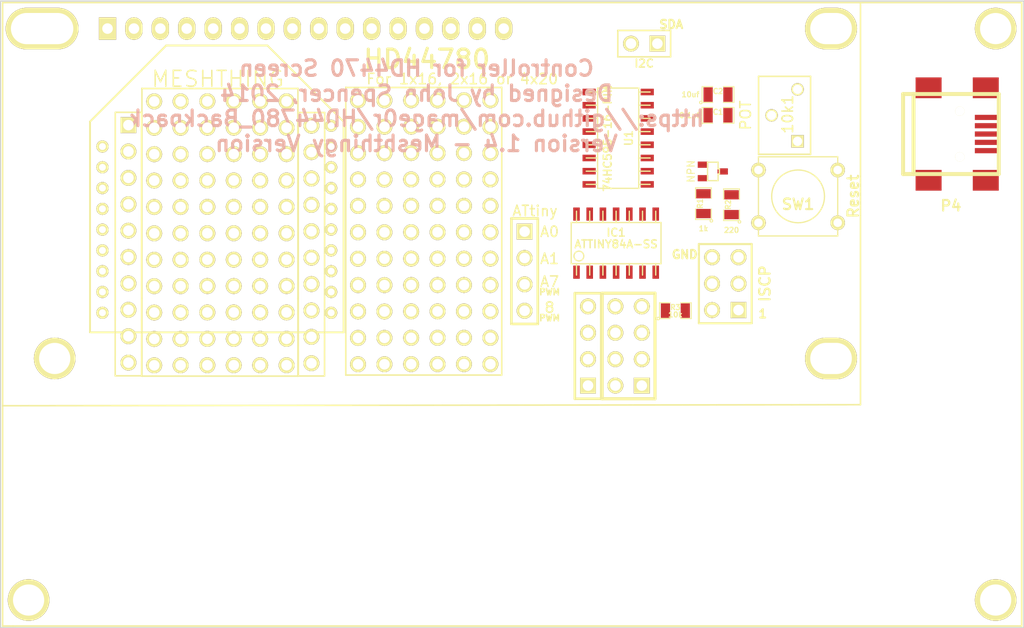
<source format=kicad_pcb>
(kicad_pcb (version 3) (host pcbnew "(2013-07-07 BZR 4022)-stable")

  (general
    (links 81)
    (no_connects 81)
    (area 12.249999 12.249999 110.750001 72.650001)
    (thickness 1.6)
    (drawings 9)
    (tracks 0)
    (zones 0)
    (modules 22)
    (nets 46)
  )

  (page A3)
  (layers
    (15 F.Cu signal)
    (0 B.Cu signal)
    (16 B.Adhes user)
    (17 F.Adhes user)
    (18 B.Paste user)
    (19 F.Paste user)
    (20 B.SilkS user hide)
    (21 F.SilkS user)
    (22 B.Mask user)
    (23 F.Mask user)
    (24 Dwgs.User user)
    (25 Cmts.User user)
    (26 Eco1.User user)
    (27 Eco2.User user)
    (28 Edge.Cuts user)
  )

  (setup
    (last_trace_width 0.254)
    (trace_clearance 0.254)
    (zone_clearance 0.508)
    (zone_45_only no)
    (trace_min 0.254)
    (segment_width 0.2)
    (edge_width 0.1)
    (via_size 0.889)
    (via_drill 0.635)
    (via_min_size 0.889)
    (via_min_drill 0.508)
    (uvia_size 0.508)
    (uvia_drill 0.127)
    (uvias_allowed no)
    (uvia_min_size 0.508)
    (uvia_min_drill 0.127)
    (pcb_text_width 0.3)
    (pcb_text_size 1.5 1.5)
    (mod_edge_width 0.15)
    (mod_text_size 1 1)
    (mod_text_width 0.15)
    (pad_size 1.524 1.524)
    (pad_drill 1.016)
    (pad_to_mask_clearance 0)
    (aux_axis_origin 0 0)
    (visible_elements 7FFFFBFF)
    (pcbplotparams
      (layerselection 284196865)
      (usegerberextensions false)
      (excludeedgelayer true)
      (linewidth 0.150000)
      (plotframeref false)
      (viasonmask false)
      (mode 1)
      (useauxorigin false)
      (hpglpennumber 1)
      (hpglpenspeed 20)
      (hpglpendiameter 15)
      (hpglpenoverlay 2)
      (psnegative false)
      (psa4output false)
      (plotreference true)
      (plotvalue true)
      (plotothertext true)
      (plotinvisibletext false)
      (padsonsilk false)
      (subtractmaskfromsilk false)
      (outputformat 5)
      (mirror false)
      (drillshape 0)
      (scaleselection 1)
      (outputdirectory Gerber/))
  )

  (net 0 "")
  (net 1 +5V)
  (net 2 GND)
  (net 3 N-000001)
  (net 4 N-0000010)
  (net 5 N-0000011)
  (net 6 N-0000012)
  (net 7 N-0000013)
  (net 8 N-0000014)
  (net 9 N-0000015)
  (net 10 N-0000016)
  (net 11 N-0000017)
  (net 12 N-0000018)
  (net 13 N-000002)
  (net 14 N-0000020)
  (net 15 N-0000021)
  (net 16 N-0000022)
  (net 17 N-0000024)
  (net 18 N-0000025)
  (net 19 N-0000026)
  (net 20 N-0000027)
  (net 21 N-0000028)
  (net 22 N-0000029)
  (net 23 N-000003)
  (net 24 N-0000030)
  (net 25 N-0000031)
  (net 26 N-0000032)
  (net 27 N-0000034)
  (net 28 N-0000035)
  (net 29 N-000004)
  (net 30 N-0000040)
  (net 31 N-0000041)
  (net 32 N-0000042)
  (net 33 N-0000043)
  (net 34 N-0000044)
  (net 35 N-0000045)
  (net 36 N-0000046)
  (net 37 N-0000047)
  (net 38 N-0000048)
  (net 39 N-0000049)
  (net 40 N-000005)
  (net 41 N-0000050)
  (net 42 N-0000051)
  (net 43 N-0000052)
  (net 44 N-000006)
  (net 45 N-000007)

  (net_class Default "This is the default net class."
    (clearance 0.254)
    (trace_width 0.254)
    (via_dia 0.889)
    (via_drill 0.635)
    (uvia_dia 0.508)
    (uvia_drill 0.127)
    (add_net "")
    (add_net +5V)
    (add_net GND)
    (add_net N-000001)
    (add_net N-0000010)
    (add_net N-0000011)
    (add_net N-0000012)
    (add_net N-0000013)
    (add_net N-0000014)
    (add_net N-0000015)
    (add_net N-0000016)
    (add_net N-0000017)
    (add_net N-0000018)
    (add_net N-000002)
    (add_net N-0000020)
    (add_net N-0000021)
    (add_net N-0000022)
    (add_net N-0000024)
    (add_net N-0000025)
    (add_net N-0000026)
    (add_net N-0000027)
    (add_net N-0000028)
    (add_net N-0000029)
    (add_net N-000003)
    (add_net N-0000030)
    (add_net N-0000031)
    (add_net N-0000032)
    (add_net N-0000034)
    (add_net N-0000035)
    (add_net N-000004)
    (add_net N-0000040)
    (add_net N-0000041)
    (add_net N-0000042)
    (add_net N-0000043)
    (add_net N-0000044)
    (add_net N-0000045)
    (add_net N-0000046)
    (add_net N-0000047)
    (add_net N-0000048)
    (add_net N-0000049)
    (add_net N-000005)
    (add_net N-0000050)
    (add_net N-0000051)
    (add_net N-0000052)
    (add_net N-000006)
    (add_net N-000007)
  )

  (module CT-6ETP (layer F.Cu) (tedit 52EF4C0D) (tstamp 52E8F8EC)
    (at 87.7 23.3 90)
    (descr CT-6ETP)
    (tags CT-6ETP)
    (path /52E7B895)
    (fp_text reference 10k1 (at 0.1 0.3 90) (layer F.SilkS)
      (effects (font (size 1.016 1.016) (thickness 0.1524)))
    )
    (fp_text value POT (at 0 -3.75 90) (layer F.SilkS)
      (effects (font (size 1.016 1.016) (thickness 0.1524)))
    )
    (fp_line (start -3.75 2.5) (end 3.75 2.5) (layer F.SilkS) (width 0.15))
    (fp_line (start 3.75 2.5) (end 3.75 -2.5) (layer F.SilkS) (width 0.15))
    (fp_line (start 3.75 -2.5) (end -3.75 -2.5) (layer F.SilkS) (width 0.15))
    (fp_line (start -3.75 -2.5) (end -3.75 2.5) (layer F.SilkS) (width 0.15))
    (pad 1 thru_hole rect (at -2.5 1.25 90) (size 1.2 1.2) (drill 0.9)
      (layers *.Cu *.Mask F.SilkS)
      (net 2 GND)
    )
    (pad 2 thru_hole circle (at 0 -1.25 90) (size 1.2 1.2) (drill 0.9)
      (layers *.Cu *.Mask F.SilkS)
      (net 31 N-0000041)
    )
    (pad 3 thru_hole circle (at 2.5 1.25 90) (size 1.2 1.2) (drill 0.9)
      (layers *.Cu *.Mask F.SilkS)
      (net 1 +5V)
    )
    (model pin_array/pins_array_3x1.wrl
      (at (xyz 0 0 0))
      (scale (xyz 1 1 1))
      (rotate (xyz 0 0 0))
    )
  )

  (module so-14 (layer F.Cu) (tedit 534941C3) (tstamp 52E8FA73)
    (at 71.5 35.6)
    (descr SO-14)
    (path /52E5EF0A)
    (attr smd)
    (fp_text reference IC1 (at 0 -1.016) (layer F.SilkS)
      (effects (font (size 0.7493 0.7493) (thickness 0.14986)))
    )
    (fp_text value ATTINY84A-SS (at 0 0.1) (layer F.SilkS)
      (effects (font (size 0.7493 0.7493) (thickness 0.14986)))
    )
    (fp_line (start -4.318 -1.9812) (end -4.318 1.9812) (layer F.SilkS) (width 0.127))
    (fp_line (start -4.318 1.9812) (end 4.318 1.9812) (layer F.SilkS) (width 0.127))
    (fp_line (start 4.318 1.9812) (end 4.318 -1.9812) (layer F.SilkS) (width 0.127))
    (fp_line (start 4.318 -1.9812) (end -4.318 -1.9812) (layer F.SilkS) (width 0.127))
    (fp_line (start -2.54 -1.9812) (end -2.54 -3.0734) (layer F.SilkS) (width 0.127))
    (fp_line (start -1.27 -1.9812) (end -1.27 -3.0734) (layer F.SilkS) (width 0.127))
    (fp_line (start 0 -1.9812) (end 0 -3.0734) (layer F.SilkS) (width 0.127))
    (fp_line (start -3.81 -1.9812) (end -3.81 -3.0734) (layer F.SilkS) (width 0.127))
    (fp_line (start 1.27 -3.0734) (end 1.27 -1.9812) (layer F.SilkS) (width 0.127))
    (fp_line (start 2.54 -3.0734) (end 2.54 -1.9812) (layer F.SilkS) (width 0.127))
    (fp_line (start 3.81 -3.0734) (end 3.81 -1.9812) (layer F.SilkS) (width 0.127))
    (fp_line (start 3.81 1.9812) (end 3.81 3.0734) (layer F.SilkS) (width 0.127))
    (fp_line (start 2.54 1.9812) (end 2.54 3.0734) (layer F.SilkS) (width 0.127))
    (fp_line (start -3.81 1.9812) (end -3.81 3.0734) (layer F.SilkS) (width 0.127))
    (fp_line (start -2.54 3.0734) (end -2.54 1.9812) (layer F.SilkS) (width 0.127))
    (fp_line (start 1.27 3.0734) (end 1.27 1.9812) (layer F.SilkS) (width 0.127))
    (fp_line (start 0 3.0734) (end 0 1.9812) (layer F.SilkS) (width 0.127))
    (fp_line (start -1.27 3.0734) (end -1.27 1.9812) (layer F.SilkS) (width 0.127))
    (fp_circle (center -3.5814 1.2446) (end -3.8608 1.6256) (layer F.SilkS) (width 0.127))
    (pad 1 smd rect (at -3.81 2.794) (size 0.635 1.27)
      (layers F.Cu F.Paste F.Mask)
      (net 1 +5V)
    )
    (pad 2 smd rect (at -2.54 2.794) (size 0.635 1.27)
      (layers F.Cu F.Paste F.Mask)
      (net 35 N-0000045)
    )
    (pad 3 smd rect (at -1.27 2.794) (size 0.635 1.27)
      (layers F.Cu F.Paste F.Mask)
      (net 34 N-0000044)
    )
    (pad 4 smd rect (at 0 2.794) (size 0.635 1.27)
      (layers F.Cu F.Paste F.Mask)
      (net 43 N-0000052)
    )
    (pad 5 smd rect (at 1.27 2.794) (size 0.635 1.27)
      (layers F.Cu F.Paste F.Mask)
      (net 4 N-0000010)
    )
    (pad 6 smd rect (at 2.54 2.794) (size 0.635 1.27)
      (layers F.Cu F.Paste F.Mask)
      (net 5 N-0000011)
    )
    (pad 7 smd rect (at 3.81 2.794) (size 0.635 1.27)
      (layers F.Cu F.Paste F.Mask)
      (net 36 N-0000046)
    )
    (pad 8 smd rect (at 3.81 -2.794) (size 0.635 1.27)
      (layers F.Cu F.Paste F.Mask)
      (net 27 N-0000034)
    )
    (pad 9 smd rect (at 2.54 -2.794) (size 0.635 1.27)
      (layers F.Cu F.Paste F.Mask)
      (net 8 N-0000014)
    )
    (pad 10 smd rect (at 1.27 -2.794) (size 0.635 1.27)
      (layers F.Cu F.Paste F.Mask)
      (net 12 N-0000018)
    )
    (pad 11 smd rect (at 0 -2.794) (size 0.635 1.27)
      (layers F.Cu F.Paste F.Mask)
      (net 33 N-0000043)
    )
    (pad 12 smd rect (at -1.27 -2.794) (size 0.635 1.27)
      (layers F.Cu F.Paste F.Mask)
      (net 6 N-0000012)
    )
    (pad 13 smd rect (at -2.54 -2.794) (size 0.635 1.27)
      (layers F.Cu F.Paste F.Mask)
      (net 28 N-0000035)
    )
    (pad 14 smd rect (at -3.81 -2.794) (size 0.635 1.27)
      (layers F.Cu F.Paste F.Mask)
      (net 2 GND)
    )
    (model smd/smd_dil/so-14.wrl
      (at (xyz 0 0 0))
      (scale (xyz 1 1 1))
      (rotate (xyz 0 0 0))
    )
  )

  (module PIN_ARRAY_2X1 (layer F.Cu) (tedit 52EF42C6) (tstamp 52E8F900)
    (at 74.2 16.4 180)
    (descr "Connecteurs 2 pins")
    (tags "CONN DEV")
    (path /52E5F368)
    (fp_text reference P1 (at 0 -1.905 180) (layer F.SilkS) hide
      (effects (font (size 0.762 0.762) (thickness 0.1524)))
    )
    (fp_text value I2C (at 0 -1.905 180) (layer F.SilkS)
      (effects (font (size 0.762 0.762) (thickness 0.1524)))
    )
    (fp_line (start -2.54 1.27) (end -2.54 -1.27) (layer F.SilkS) (width 0.1524))
    (fp_line (start -2.54 -1.27) (end 2.54 -1.27) (layer F.SilkS) (width 0.1524))
    (fp_line (start 2.54 -1.27) (end 2.54 1.27) (layer F.SilkS) (width 0.1524))
    (fp_line (start 2.54 1.27) (end -2.54 1.27) (layer F.SilkS) (width 0.1524))
    (pad 1 thru_hole rect (at -1.27 0 180) (size 1.524 1.524) (drill 1.016)
      (layers *.Cu *.Mask F.SilkS)
      (net 36 N-0000046)
    )
    (pad 2 thru_hole circle (at 1.27 0 180) (size 1.524 1.524) (drill 1.016)
      (layers *.Cu *.Mask F.SilkS)
      (net 8 N-0000014)
    )
    (model pin_array/pins_array_2x1.wrl
      (at (xyz 0 0 0))
      (scale (xyz 1 1 1))
      (rotate (xyz 0 0 0))
    )
  )

  (module pin_array_3x2 (layer F.Cu) (tedit 52EF4BD3) (tstamp 52E8F8E0)
    (at 82 39.5 90)
    (descr "Double rangee de contacts 2 x 4 pins")
    (tags CONN)
    (path /52E5F34A)
    (fp_text reference P2 (at 0 -3.81 90) (layer F.SilkS) hide
      (effects (font (size 1.016 1.016) (thickness 0.2032)))
    )
    (fp_text value ISCP (at 0 3.81 90) (layer F.SilkS)
      (effects (font (size 1.016 1.016) (thickness 0.2032)))
    )
    (fp_line (start 3.81 2.54) (end -3.81 2.54) (layer F.SilkS) (width 0.2032))
    (fp_line (start -3.81 -2.54) (end 3.81 -2.54) (layer F.SilkS) (width 0.2032))
    (fp_line (start 3.81 -2.54) (end 3.81 2.54) (layer F.SilkS) (width 0.2032))
    (fp_line (start -3.81 2.54) (end -3.81 -2.54) (layer F.SilkS) (width 0.2032))
    (pad 1 thru_hole rect (at -2.54 1.27 90) (size 1.524 1.524) (drill 1.016)
      (layers *.Cu *.Mask F.SilkS)
      (net 27 N-0000034)
    )
    (pad 2 thru_hole circle (at -2.54 -1.27 90) (size 1.524 1.524) (drill 1.016)
      (layers *.Cu *.Mask F.SilkS)
      (net 1 +5V)
    )
    (pad 3 thru_hole circle (at 0 1.27 90) (size 1.524 1.524) (drill 1.016)
      (layers *.Cu *.Mask F.SilkS)
      (net 8 N-0000014)
    )
    (pad 4 thru_hole circle (at 0 -1.27 90) (size 1.524 1.524) (drill 1.016)
      (layers *.Cu *.Mask F.SilkS)
      (net 36 N-0000046)
    )
    (pad 5 thru_hole circle (at 2.54 1.27 90) (size 1.524 1.524) (drill 1.016)
      (layers *.Cu *.Mask F.SilkS)
      (net 43 N-0000052)
    )
    (pad 6 thru_hole circle (at 2.54 -1.27 90) (size 1.524 1.524) (drill 1.016)
      (layers *.Cu *.Mask F.SilkS)
      (net 2 GND)
    )
    (model pin_array/pins_array_3x2.wrl
      (at (xyz 0 0 0))
      (scale (xyz 1 1 1))
      (rotate (xyz 0 0 0))
    )
  )

  (module SM0805 (layer F.Cu) (tedit 538B1EA2) (tstamp 52E8F8D2)
    (at 79.9 31.8 90)
    (path /52E7BB9A)
    (attr smd)
    (fp_text reference R1 (at 0 -0.3175 90) (layer F.SilkS)
      (effects (font (size 0.50038 0.50038) (thickness 0.10922)))
    )
    (fp_text value 1k (at -2.4 0 180) (layer F.SilkS)
      (effects (font (size 0.50038 0.50038) (thickness 0.10922)))
    )
    (fp_circle (center -1.651 0.762) (end -1.651 0.635) (layer F.SilkS) (width 0.09906))
    (fp_line (start -0.508 0.762) (end -1.524 0.762) (layer F.SilkS) (width 0.09906))
    (fp_line (start -1.524 0.762) (end -1.524 -0.762) (layer F.SilkS) (width 0.09906))
    (fp_line (start -1.524 -0.762) (end -0.508 -0.762) (layer F.SilkS) (width 0.09906))
    (fp_line (start 0.508 -0.762) (end 1.524 -0.762) (layer F.SilkS) (width 0.09906))
    (fp_line (start 1.524 -0.762) (end 1.524 0.762) (layer F.SilkS) (width 0.09906))
    (fp_line (start 1.524 0.762) (end 0.508 0.762) (layer F.SilkS) (width 0.09906))
    (pad 1 smd rect (at -0.9525 0 90) (size 0.889 1.397)
      (layers F.Cu F.Paste F.Mask)
      (net 10 N-0000016)
    )
    (pad 2 smd rect (at 0.9525 0 90) (size 0.889 1.397)
      (layers F.Cu F.Paste F.Mask)
      (net 41 N-0000050)
    )
    (model smd/chip_cms.wrl
      (at (xyz 0 0 0))
      (scale (xyz 0.1 0.1 0.1))
      (rotate (xyz 0 0 0))
    )
  )

  (module SM0805 (layer F.Cu) (tedit 538B1E7B) (tstamp 52E8F8C5)
    (at 82.6 31.9 90)
    (path /52E7B452)
    (attr smd)
    (fp_text reference R2 (at 0 -0.3175 90) (layer F.SilkS)
      (effects (font (size 0.50038 0.50038) (thickness 0.10922)))
    )
    (fp_text value 220 (at -2.45 0 180) (layer F.SilkS)
      (effects (font (size 0.50038 0.50038) (thickness 0.10922)))
    )
    (fp_circle (center -1.651 0.762) (end -1.651 0.635) (layer F.SilkS) (width 0.09906))
    (fp_line (start -0.508 0.762) (end -1.524 0.762) (layer F.SilkS) (width 0.09906))
    (fp_line (start -1.524 0.762) (end -1.524 -0.762) (layer F.SilkS) (width 0.09906))
    (fp_line (start -1.524 -0.762) (end -0.508 -0.762) (layer F.SilkS) (width 0.09906))
    (fp_line (start 0.508 -0.762) (end 1.524 -0.762) (layer F.SilkS) (width 0.09906))
    (fp_line (start 1.524 -0.762) (end 1.524 0.762) (layer F.SilkS) (width 0.09906))
    (fp_line (start 1.524 0.762) (end 0.508 0.762) (layer F.SilkS) (width 0.09906))
    (pad 1 smd rect (at -0.9525 0 90) (size 0.889 1.397)
      (layers F.Cu F.Paste F.Mask)
      (net 37 N-0000047)
    )
    (pad 2 smd rect (at 0.9525 0 90) (size 0.889 1.397)
      (layers F.Cu F.Paste F.Mask)
      (net 42 N-0000051)
    )
    (model smd/chip_cms.wrl
      (at (xyz 0 0 0))
      (scale (xyz 0.1 0.1 0.1))
      (rotate (xyz 0 0 0))
    )
  )

  (module SM0805 (layer F.Cu) (tedit 534941AC) (tstamp 52EE29D4)
    (at 81.3 21.3)
    (path /52E7B6DD)
    (attr smd)
    (fp_text reference C2 (at 0 -0.3175) (layer F.SilkS)
      (effects (font (size 0.50038 0.50038) (thickness 0.10922)))
    )
    (fp_text value 10uf (at -2.65 0) (layer F.SilkS)
      (effects (font (size 0.50038 0.50038) (thickness 0.10922)))
    )
    (fp_circle (center -1.651 0.762) (end -1.651 0.635) (layer F.SilkS) (width 0.09906))
    (fp_line (start -0.508 0.762) (end -1.524 0.762) (layer F.SilkS) (width 0.09906))
    (fp_line (start -1.524 0.762) (end -1.524 -0.762) (layer F.SilkS) (width 0.09906))
    (fp_line (start -1.524 -0.762) (end -0.508 -0.762) (layer F.SilkS) (width 0.09906))
    (fp_line (start 0.508 -0.762) (end 1.524 -0.762) (layer F.SilkS) (width 0.09906))
    (fp_line (start 1.524 -0.762) (end 1.524 0.762) (layer F.SilkS) (width 0.09906))
    (fp_line (start 1.524 0.762) (end 0.508 0.762) (layer F.SilkS) (width 0.09906))
    (pad 1 smd rect (at -0.9525 0) (size 0.889 1.397)
      (layers F.Cu F.Paste F.Mask)
      (net 1 +5V)
    )
    (pad 2 smd rect (at 0.9525 0) (size 0.889 1.397)
      (layers F.Cu F.Paste F.Mask)
      (net 2 GND)
    )
    (model smd/chip_cms.wrl
      (at (xyz 0 0 0))
      (scale (xyz 0.1 0.1 0.1))
      (rotate (xyz 0 0 0))
    )
  )

  (module SM0805 (layer F.Cu) (tedit 534941A7) (tstamp 52EE29FE)
    (at 81.3 23.3)
    (path /52E7B6CE)
    (attr smd)
    (fp_text reference C1 (at 0 -0.3175) (layer F.SilkS)
      (effects (font (size 0.50038 0.50038) (thickness 0.10922)))
    )
    (fp_text value 0.1uf (at -2.75 0) (layer F.SilkS)
      (effects (font (size 0.50038 0.50038) (thickness 0.10922)))
    )
    (fp_circle (center -1.651 0.762) (end -1.651 0.635) (layer F.SilkS) (width 0.09906))
    (fp_line (start -0.508 0.762) (end -1.524 0.762) (layer F.SilkS) (width 0.09906))
    (fp_line (start -1.524 0.762) (end -1.524 -0.762) (layer F.SilkS) (width 0.09906))
    (fp_line (start -1.524 -0.762) (end -0.508 -0.762) (layer F.SilkS) (width 0.09906))
    (fp_line (start 0.508 -0.762) (end 1.524 -0.762) (layer F.SilkS) (width 0.09906))
    (fp_line (start 1.524 -0.762) (end 1.524 0.762) (layer F.SilkS) (width 0.09906))
    (fp_line (start 1.524 0.762) (end 0.508 0.762) (layer F.SilkS) (width 0.09906))
    (pad 1 smd rect (at -0.9525 0) (size 0.889 1.397)
      (layers F.Cu F.Paste F.Mask)
      (net 1 +5V)
    )
    (pad 2 smd rect (at 0.9525 0) (size 0.889 1.397)
      (layers F.Cu F.Paste F.Mask)
      (net 2 GND)
    )
    (model smd/chip_cms.wrl
      (at (xyz 0 0 0))
      (scale (xyz 0.1 0.1 0.1))
      (rotate (xyz 0 0 0))
    )
  )

  (module SOT323 (layer F.Cu) (tedit 538B1E56) (tstamp 52E8F875)
    (at 80.8 28.7 90)
    (tags "SMD SOT")
    (path /52E7BBAE)
    (attr smd)
    (fp_text reference Q1 (at 0 0 90) (layer F.SilkS) hide
      (effects (font (size 0.762 0.762) (thickness 0.09906)))
    )
    (fp_text value NPN (at 0 -2.1 90) (layer F.SilkS)
      (effects (font (size 0.70104 0.70104) (thickness 0.09906)))
    )
    (fp_line (start 0.254 0.508) (end 0.889 0.508) (layer F.SilkS) (width 0.127))
    (fp_line (start 0.889 0.508) (end 0.889 -0.508) (layer F.SilkS) (width 0.127))
    (fp_line (start -0.889 -0.508) (end -0.889 0.508) (layer F.SilkS) (width 0.127))
    (fp_line (start -0.889 0.508) (end -0.254 0.508) (layer F.SilkS) (width 0.127))
    (fp_line (start 0.254 0.635) (end 0.254 0.508) (layer F.SilkS) (width 0.127))
    (fp_line (start -0.254 0.508) (end -0.254 0.635) (layer F.SilkS) (width 0.127))
    (fp_line (start 0.889 -0.508) (end -0.889 -0.508) (layer F.SilkS) (width 0.127))
    (fp_line (start -0.254 0.635) (end 0.254 0.635) (layer F.SilkS) (width 0.127))
    (pad 2 smd rect (at -0.65024 -0.94996 90) (size 0.59944 1.00076)
      (layers F.Cu F.Paste F.Mask)
      (net 41 N-0000050)
    )
    (pad 1 smd rect (at 0.65024 -0.94996 90) (size 0.59944 1.00076)
      (layers F.Cu F.Paste F.Mask)
      (net 2 GND)
    )
    (pad 3 smd rect (at 0 0.94996 90) (size 0.59944 1.00076)
      (layers F.Cu F.Paste F.Mask)
      (net 42 N-0000051)
    )
    (model smd/SOT323.wrl
      (at (xyz 0 0 0.001))
      (scale (xyz 0.3937 0.3937 0.3937))
      (rotate (xyz 0 0 0))
    )
  )

  (module SW_PUSH_SMALL (layer F.Cu) (tedit 52EF4BF1) (tstamp 52E8F866)
    (at 89 31.1 180)
    (path /52E8F5E5)
    (fp_text reference SW1 (at 0 -0.762 180) (layer F.SilkS)
      (effects (font (size 1.016 1.016) (thickness 0.2032)))
    )
    (fp_text value Reset (at -5.3 0 270) (layer F.SilkS)
      (effects (font (size 1.016 1.016) (thickness 0.2032)))
    )
    (fp_circle (center 0 0) (end 0 -2.54) (layer F.SilkS) (width 0.127))
    (fp_line (start -3.81 -3.81) (end 3.81 -3.81) (layer F.SilkS) (width 0.127))
    (fp_line (start 3.81 -3.81) (end 3.81 3.81) (layer F.SilkS) (width 0.127))
    (fp_line (start 3.81 3.81) (end -3.81 3.81) (layer F.SilkS) (width 0.127))
    (fp_line (start -3.81 -3.81) (end -3.81 3.81) (layer F.SilkS) (width 0.127))
    (pad 1 thru_hole circle (at 3.81 -2.54 180) (size 1.397 1.397) (drill 0.8128)
      (layers *.Cu *.Mask F.SilkS)
      (net 2 GND)
    )
    (pad 2 thru_hole circle (at 3.81 2.54 180) (size 1.397 1.397) (drill 0.8128)
      (layers *.Cu *.Mask F.SilkS)
      (net 43 N-0000052)
    )
    (pad 1 thru_hole circle (at -3.81 -2.54 180) (size 1.397 1.397) (drill 0.8128)
      (layers *.Cu *.Mask F.SilkS)
      (net 2 GND)
    )
    (pad 2 thru_hole circle (at -3.81 2.54 180) (size 1.397 1.397) (drill 0.8128)
      (layers *.Cu *.Mask F.SilkS)
      (net 43 N-0000052)
    )
  )

  (module USB_MINI_B (layer F.Cu) (tedit 505F99F2) (tstamp 52E8F92C)
    (at 103.7 25.1)
    (descr "USB Mini-B 5-pin SMD connector")
    (tags "USB, Mini-B, connector")
    (path /538B28C4)
    (fp_text reference P4 (at 0 6.90118) (layer F.SilkS)
      (effects (font (size 1.016 1.016) (thickness 0.2032)))
    )
    (fp_text value POWER (at 0 -7.0993) (layer F.SilkS) hide
      (effects (font (size 1.016 1.016) (thickness 0.2032)))
    )
    (fp_line (start -3.59918 -3.85064) (end -3.59918 3.85064) (layer F.SilkS) (width 0.381))
    (fp_line (start -4.59994 -3.85064) (end -4.59994 3.85064) (layer F.SilkS) (width 0.381))
    (fp_line (start -4.59994 3.85064) (end 4.59994 3.85064) (layer F.SilkS) (width 0.381))
    (fp_line (start 4.59994 3.85064) (end 4.59994 -3.85064) (layer F.SilkS) (width 0.381))
    (fp_line (start 4.59994 -3.85064) (end -4.59994 -3.85064) (layer F.SilkS) (width 0.381))
    (pad 1 smd rect (at 3.44932 -1.6002) (size 2.30124 0.50038)
      (layers F.Cu F.Paste F.Mask)
      (net 1 +5V)
    )
    (pad 2 smd rect (at 3.44932 -0.8001) (size 2.30124 0.50038)
      (layers F.Cu F.Paste F.Mask)
      (net 2 GND)
    )
    (pad 3 smd rect (at 3.44932 0) (size 2.30124 0.50038)
      (layers F.Cu F.Paste F.Mask)
    )
    (pad 4 smd rect (at 3.44932 0.8001) (size 2.30124 0.50038)
      (layers F.Cu F.Paste F.Mask)
    )
    (pad 5 smd rect (at 3.44932 1.6002) (size 2.30124 0.50038)
      (layers F.Cu F.Paste F.Mask)
    )
    (pad 6 smd rect (at 3.35026 -4.45008) (size 2.49936 1.99898)
      (layers F.Cu F.Paste F.Mask)
    )
    (pad 7 smd rect (at -2.14884 -4.45008) (size 2.49936 1.99898)
      (layers F.Cu F.Paste F.Mask)
    )
    (pad 8 smd rect (at 3.35026 4.45008) (size 2.49936 1.99898)
      (layers F.Cu F.Paste F.Mask)
    )
    (pad 9 smd rect (at -2.14884 4.45008) (size 2.49936 1.99898)
      (layers F.Cu F.Paste F.Mask)
    )
    (pad "" np_thru_hole circle (at 0.8509 -2.19964) (size 0.89916 0.89916) (drill 0.89916)
      (layers *.Cu *.Mask F.SilkS)
    )
    (pad 2 np_thru_hole circle (at 0.8509 2.19964) (size 0.89916 0.89916) (drill 0.89916)
      (layers *.Cu *.Mask F.SilkS)
      (net 2 GND)
    )
  )

  (module SM0805 (layer F.Cu) (tedit 5091495C) (tstamp 538B304B)
    (at 77.2 42.1)
    (path /538B2DE4)
    (attr smd)
    (fp_text reference R3 (at 0 -0.3175) (layer F.SilkS)
      (effects (font (size 0.50038 0.50038) (thickness 0.10922)))
    )
    (fp_text value 10k (at 0 0.381) (layer F.SilkS)
      (effects (font (size 0.50038 0.50038) (thickness 0.10922)))
    )
    (fp_circle (center -1.651 0.762) (end -1.651 0.635) (layer F.SilkS) (width 0.09906))
    (fp_line (start -0.508 0.762) (end -1.524 0.762) (layer F.SilkS) (width 0.09906))
    (fp_line (start -1.524 0.762) (end -1.524 -0.762) (layer F.SilkS) (width 0.09906))
    (fp_line (start -1.524 -0.762) (end -0.508 -0.762) (layer F.SilkS) (width 0.09906))
    (fp_line (start 0.508 -0.762) (end 1.524 -0.762) (layer F.SilkS) (width 0.09906))
    (fp_line (start 1.524 -0.762) (end 1.524 0.762) (layer F.SilkS) (width 0.09906))
    (fp_line (start 1.524 0.762) (end 0.508 0.762) (layer F.SilkS) (width 0.09906))
    (pad 1 smd rect (at -0.9525 0) (size 0.889 1.397)
      (layers F.Cu F.Paste F.Mask)
      (net 43 N-0000052)
    )
    (pad 2 smd rect (at 0.9525 0) (size 0.889 1.397)
      (layers F.Cu F.Paste F.Mask)
      (net 1 +5V)
    )
    (model smd/chip_cms.wrl
      (at (xyz 0 0 0))
      (scale (xyz 0.1 0.1 0.1))
      (rotate (xyz 0 0 0))
    )
  )

  (module xbee_r1-XBEE (layer F.Cu) (tedit 538B533B) (tstamp 538B54C7)
    (at 33.1 33.3)
    (path /538B4882)
    (attr virtual)
    (fp_text reference M1 (at -11.1 -14.5) (layer B.SilkS) hide
      (effects (font (size 1.778 1.778) (thickness 0.0889)))
    )
    (fp_text value MESHTHING (at 0.1 -13.5) (layer F.SilkS)
      (effects (font (size 1.524 1.524) (thickness 0.15)))
    )
    (fp_line (start -12.192 10.88644) (end 12.192 10.88644) (layer F.SilkS) (width 0.1778))
    (fp_line (start 12.192 10.88644) (end 12.192 -9.398) (layer F.SilkS) (width 0.1778))
    (fp_line (start 12.192 -9.398) (end 4.86664 -16.72082) (layer F.SilkS) (width 0.1778))
    (fp_line (start 4.86664 -16.72082) (end -4.86664 -16.72082) (layer F.SilkS) (width 0.1778))
    (fp_line (start -4.86664 -16.72082) (end -12.192 -9.398) (layer F.SilkS) (width 0.1778))
    (fp_line (start -12.192 -9.398) (end -12.192 10.88644) (layer F.SilkS) (width 0.1778))
    (fp_line (start -12.192 10.88644) (end 12.192 10.88644) (layer F.SilkS) (width 0.127))
    (fp_line (start 12.192 10.88644) (end 12.192 -9.398) (layer F.SilkS) (width 0.127))
    (fp_line (start 12.192 -9.398) (end 4.86664 -16.72082) (layer F.SilkS) (width 0.127))
    (fp_line (start 4.86664 -16.72082) (end -4.86664 -16.72082) (layer F.SilkS) (width 0.127))
    (fp_line (start -4.86664 -16.72082) (end -12.192 -9.398) (layer F.SilkS) (width 0.127))
    (fp_line (start -12.192 -9.398) (end -12.192 10.88644) (layer F.SilkS) (width 0.127))
    (pad 1 thru_hole rect (at -10.9982 -8.99922) (size 1.1684 0) (drill 0.6604)
      (layers *.Cu F.Paste F.SilkS F.Mask)
      (net 20 N-0000027)
    )
    (pad 2 thru_hole circle (at -10.9982 -6.9977) (size 1.1684 1.1684) (drill 0.6604)
      (layers *.Cu F.Paste F.SilkS F.Mask)
      (net 7 N-0000013)
    )
    (pad 3 thru_hole circle (at -10.9982 -4.99872) (size 1.1684 1.1684) (drill 0.6604)
      (layers *.Cu F.Paste F.SilkS F.Mask)
      (net 21 N-0000028)
    )
    (pad 4 thru_hole circle (at -10.9982 -2.99974) (size 1.1684 1.1684) (drill 0.6604)
      (layers *.Cu F.Paste F.SilkS F.Mask)
      (net 22 N-0000029)
    )
    (pad 5 thru_hole circle (at -10.9982 -0.99822) (size 1.1684 1.1684) (drill 0.6604)
      (layers *.Cu F.Paste F.SilkS F.Mask)
      (net 24 N-0000030)
    )
    (pad 6 thru_hole circle (at -10.9982 0.99822) (size 1.1684 1.1684) (drill 0.6604)
      (layers *.Cu F.Paste F.SilkS F.Mask)
      (net 25 N-0000031)
    )
    (pad 7 thru_hole circle (at -10.9982 2.99974) (size 1.1684 1.1684) (drill 0.6604)
      (layers *.Cu F.Paste F.SilkS F.Mask)
      (net 18 N-0000025)
    )
    (pad 8 thru_hole circle (at -10.9982 4.99872) (size 1.1684 1.1684) (drill 0.6604)
      (layers *.Cu F.Paste F.SilkS F.Mask)
      (net 19 N-0000026)
    )
    (pad 9 thru_hole circle (at -10.9982 6.9977) (size 1.1684 1.1684) (drill 0.6604)
      (layers *.Cu F.Paste F.SilkS F.Mask)
      (net 36 N-0000046)
    )
    (pad 10 thru_hole circle (at -10.9982 8.99922) (size 1.1684 1.1684) (drill 0.6604)
      (layers *.Cu F.Paste F.SilkS F.Mask)
      (net 2 GND)
    )
    (pad 11 thru_hole circle (at 10.9982 8.99922) (size 1.1684 1.1684) (drill 0.6604)
      (layers *.Cu F.Paste F.SilkS F.Mask)
      (net 23 N-000003)
    )
    (pad 12 thru_hole circle (at 10.9982 6.9977) (size 1.1684 1.1684) (drill 0.6604)
      (layers *.Cu F.Paste F.SilkS F.Mask)
      (net 29 N-000004)
    )
    (pad 13 thru_hole circle (at 10.9982 4.99872) (size 1.1684 1.1684) (drill 0.6604)
      (layers *.Cu F.Paste F.SilkS F.Mask)
      (net 8 N-0000014)
    )
    (pad 14 thru_hole circle (at 10.9982 2.99974) (size 1.1684 1.1684) (drill 0.6604)
      (layers *.Cu F.Paste F.SilkS F.Mask)
      (net 13 N-000002)
    )
    (pad 15 thru_hole circle (at 10.9982 0.99822) (size 1.1684 1.1684) (drill 0.6604)
      (layers *.Cu F.Paste F.SilkS F.Mask)
      (net 3 N-000001)
    )
    (pad 16 thru_hole circle (at 10.9982 -0.99822) (size 1.1684 1.1684) (drill 0.6604)
      (layers *.Cu F.Paste F.SilkS F.Mask)
      (net 45 N-000007)
    )
    (pad 17 thru_hole circle (at 10.9982 -2.99974) (size 1.1684 1.1684) (drill 0.6604)
      (layers *.Cu F.Paste F.SilkS F.Mask)
      (net 26 N-0000032)
    )
    (pad 18 thru_hole circle (at 10.9982 -4.99872) (size 1.1684 1.1684) (drill 0.6604)
      (layers *.Cu F.Paste F.SilkS F.Mask)
      (net 44 N-000006)
    )
    (pad 19 thru_hole circle (at 10.9982 -6.9977) (size 1.1684 1.1684) (drill 0.6604)
      (layers *.Cu F.Paste F.SilkS F.Mask)
      (net 40 N-000005)
    )
    (pad 20 thru_hole circle (at 10.9982 -8.99922) (size 1.1684 1.1684) (drill 0.6604)
      (layers *.Cu F.Paste F.SilkS F.Mask)
      (net 9 N-0000015)
    )
  )

  (module LCD_16_pin   locked (layer F.Cu) (tedit 538B3A29) (tstamp 538B29B2)
    (at 12.5 12.45)
    (descr HD44780)
    (tags HD44780)
    (path /52E5F33B)
    (fp_text reference U2 (at 62 4) (layer F.SilkS) hide
      (effects (font (size 1.778 1.778) (thickness 0.3048)))
    )
    (fp_text value HD44780 (at 40.8 5.45) (layer F.SilkS)
      (effects (font (size 1.778 1.778) (thickness 0.3048)))
    )
    (fp_line (start 82.5 38.7) (end 0 38.8) (layer F.SilkS) (width 0.15))
    (fp_text user "For 1x16, 2x16 or 4x20" (at 44.2 7.35) (layer F.SilkS)
      (effects (font (size 1 1) (thickness 0.15)))
    )
    (fp_line (start 82.5 38.7) (end 82.5 0.1) (layer F.SilkS) (width 0.15))
    (fp_line (start 0 60) (end 0 0) (layer F.SilkS) (width 0.15))
    (fp_line (start 0 0) (end 98 0) (layer F.SilkS) (width 0.15))
    (fp_line (start 98 60) (end 98 0) (layer F.SilkS) (width 0.15))
    (fp_line (start 1 60) (end 0 60) (layer F.SilkS) (width 0.15))
    (fp_line (start 1 60) (end 98 60) (layer F.SilkS) (width 0.15))
    (pad 1 thru_hole rect (at 10.09 2.5) (size 1.651 2.159) (drill 1.016)
      (layers *.Cu *.Mask F.SilkS)
      (net 2 GND)
    )
    (pad 2 thru_hole oval (at 12.63 2.5) (size 1.651 2.159) (drill 1.016)
      (layers *.Cu *.Mask F.SilkS)
      (net 1 +5V)
    )
    (pad 3 thru_hole oval (at 15.17 2.5) (size 1.651 2.159) (drill 1.016)
      (layers *.Cu *.Mask F.SilkS)
      (net 31 N-0000041)
    )
    (pad 4 thru_hole oval (at 17.71 2.5) (size 1.651 2.159) (drill 1.016)
      (layers *.Cu *.Mask F.SilkS)
      (net 17 N-0000024)
    )
    (pad 5 thru_hole oval (at 20.25 2.5) (size 1.651 2.159) (drill 1.016)
      (layers *.Cu *.Mask F.SilkS)
      (net 2 GND)
    )
    (pad 6 thru_hole oval (at 22.79 2.5) (size 1.651 2.159) (drill 1.016)
      (layers *.Cu *.Mask F.SilkS)
      (net 30 N-0000040)
    )
    (pad 7 thru_hole oval (at 25.33 2.5) (size 1.651 2.159) (drill 1.016)
      (layers *.Cu *.Mask F.SilkS)
    )
    (pad 8 thru_hole oval (at 27.87 2.5) (size 1.651 2.159) (drill 1.016)
      (layers *.Cu *.Mask F.SilkS)
    )
    (pad 9 thru_hole oval (at 30.41 2.5) (size 1.651 2.159) (drill 1.016)
      (layers *.Cu *.Mask F.SilkS)
    )
    (pad 10 thru_hole oval (at 32.95 2.5) (size 1.651 2.159) (drill 1.016)
      (layers *.Cu *.Mask F.SilkS)
    )
    (pad 11 thru_hole oval (at 35.49 2.5) (size 1.651 2.159) (drill 1.016)
      (layers *.Cu *.Mask F.SilkS)
      (net 32 N-0000042)
    )
    (pad 12 thru_hole oval (at 38.03 2.5) (size 1.651 2.159) (drill 1.016)
      (layers *.Cu *.Mask F.SilkS)
      (net 39 N-0000049)
    )
    (pad 13 thru_hole oval (at 40.57 2.5) (size 1.651 2.159) (drill 1.016)
      (layers *.Cu *.Mask F.SilkS)
      (net 38 N-0000048)
    )
    (pad 14 thru_hole oval (at 43.11 2.5) (size 1.651 2.159) (drill 1.016)
      (layers *.Cu *.Mask F.SilkS)
      (net 16 N-0000022)
    )
    (pad "" thru_hole oval (at 3.8 2.5) (size 7 4) (drill oval 6 3)
      (layers *.Cu *.Mask F.SilkS)
    )
    (pad "" thru_hole circle (at 5.01 34.25) (size 4 4) (drill 3)
      (layers *.Cu *.Mask F.SilkS)
    )
    (pad "" thru_hole oval (at 79.67 34.25) (size 5 4) (drill oval 4 3)
      (layers *.Cu *.Mask F.SilkS)
    )
    (pad 15 thru_hole oval (at 45.65 2.5) (size 1.651 2.159) (drill 1.016)
      (layers *.Cu *.Mask F.SilkS)
      (net 1 +5V)
    )
    (pad 16 thru_hole oval (at 48.19 2.5) (size 1.651 2.159) (drill 1.016)
      (layers *.Cu *.Mask F.SilkS)
      (net 37 N-0000047)
    )
    (pad "" thru_hole circle (at 2.5 57.5) (size 4 4) (drill 3)
      (layers *.Cu *.Mask F.SilkS)
    )
    (pad "" thru_hole circle (at 95.5 57.5) (size 4 4) (drill 3)
      (layers *.Cu *.Mask F.SilkS)
    )
    (pad "" thru_hole circle (at 95.5 2.5) (size 4 4) (drill 3)
      (layers *.Cu *.Mask F.SilkS)
    )
    (pad "" thru_hole oval (at 79.67 2.5) (size 5 4) (drill oval 4 3)
      (layers *.Cu *.Mask F.SilkS)
    )
  )

  (module ATtiny_breakout (layer F.Cu) (tedit 538B34A2) (tstamp 52E8F926)
    (at 62.7 38.3 270)
    (path /538B26B0)
    (fp_text reference P3 (at -8.1 2.5 270) (layer F.SilkS) hide
      (effects (font (size 1.016 1.016) (thickness 0.2032)))
    )
    (fp_text value ATTINY_BREAKOUT (at 0 2.54 270) (layer F.SilkS) hide
      (effects (font (size 1.016 1.016) (thickness 0.2032)))
    )
    (fp_text user PWM (at 4.5 -2.4 360) (layer F.SilkS)
      (effects (font (size 0.6 0.6) (thickness 0.15)))
    )
    (fp_text user PWM (at 2 -2.4 360) (layer F.SilkS)
      (effects (font (size 0.6 0.6) (thickness 0.15)))
    )
    (fp_text user 8 (at 3.5 -2.4 360) (layer F.SilkS)
      (effects (font (size 1 1) (thickness 0.15)))
    )
    (fp_text user A7 (at 1 -2.4 360) (layer F.SilkS)
      (effects (font (size 1 1) (thickness 0.15)))
    )
    (fp_text user A1 (at -1.2 -2.4 360) (layer F.SilkS)
      (effects (font (size 1 1) (thickness 0.15)))
    )
    (fp_text user ATtiny (at -5.8 -1 360) (layer F.SilkS)
      (effects (font (size 1 1) (thickness 0.15)))
    )
    (fp_text user A0 (at -3.8 -2.4 360) (layer F.SilkS)
      (effects (font (size 1 1) (thickness 0.15)))
    )
    (fp_line (start 5.08 1.27) (end -5.08 1.27) (layer F.SilkS) (width 0.254))
    (fp_line (start 5.08 -1.27) (end -5.08 -1.27) (layer F.SilkS) (width 0.254))
    (fp_line (start -5.08 -1.27) (end -5.08 1.27) (layer F.SilkS) (width 0.254))
    (fp_line (start 5.08 1.27) (end 5.08 -1.27) (layer F.SilkS) (width 0.254))
    (pad 1 thru_hole rect (at -3.81 0 270) (size 1.524 1.524) (drill 1.016)
      (layers *.Cu *.Mask F.SilkS)
      (net 28 N-0000035)
    )
    (pad 2 thru_hole circle (at -1.27 0 270) (size 1.524 1.524) (drill 1.016)
      (layers *.Cu *.Mask F.SilkS)
      (net 6 N-0000012)
    )
    (pad 3 thru_hole circle (at 1.27 0 270) (size 1.524 1.524) (drill 1.016)
      (layers *.Cu *.Mask F.SilkS)
      (net 5 N-0000011)
    )
    (pad 4 thru_hole circle (at 3.81 0 270) (size 1.524 1.524) (drill 1.016)
      (layers *.Cu *.Mask F.SilkS)
      (net 4 N-0000010)
    )
    (model pin_array\pins_array_4x1.wrl
      (at (xyz 0 0 0))
      (scale (xyz 1 1 1))
      (rotate (xyz 0 0 0))
    )
  )

  (module PROTO_6x11 (layer F.Cu) (tedit 538B4DA5) (tstamp 538C1BE0)
    (at 53 30.7)
    (fp_text reference PROTO_6X11 (at 0 -11.1) (layer F.SilkS) hide
      (effects (font (size 1.016 1.016) (thickness 0.2032)))
    )
    (fp_text value Z2 (at 0.1 18.6) (layer F.SilkS) hide
      (effects (font (size 1.016 1.016) (thickness 0.2032)))
    )
    (fp_line (start 7.5 10.1) (end 7.5 17.6) (layer F.SilkS) (width 0.15))
    (fp_line (start 7.5 17.6) (end -7.5 17.6) (layer F.SilkS) (width 0.15))
    (fp_line (start -7.5 17.6) (end -7.5 10.1) (layer F.SilkS) (width 0.15))
    (fp_line (start -7.5 -10.08) (end 7.5 -10.08) (layer F.SilkS) (width 0.15))
    (fp_line (start 7.5 -10.1) (end 7.5 10.1) (layer F.SilkS) (width 0.15))
    (fp_line (start -7.5 10.1) (end -7.5 -10.1) (layer F.SilkS) (width 0.15))
    (pad "" thru_hole circle (at -1.21 16.55) (size 1.524 1.524) (drill 1.016)
      (layers *.Cu *.Mask F.SilkS)
    )
    (pad "" thru_hole circle (at 1.33 16.55) (size 1.524 1.524) (drill 1.016)
      (layers *.Cu *.Mask F.SilkS)
    )
    (pad "" thru_hole circle (at 3.87 16.55) (size 1.524 1.524) (drill 1.016)
      (layers *.Cu *.Mask F.SilkS)
    )
    (pad "" thru_hole circle (at 6.41 16.55) (size 1.524 1.524) (drill 1.016)
      (layers *.Cu *.Mask F.SilkS)
    )
    (pad "" thru_hole circle (at -3.78 16.56) (size 1.524 1.524) (drill 1.016)
      (layers *.Cu *.Mask F.SilkS)
    )
    (pad "" thru_hole circle (at -6.32 16.56) (size 1.524 1.524) (drill 1.016)
      (layers *.Cu *.Mask F.SilkS)
    )
    (pad 6 thru_hole circle (at -6.32 14.02) (size 1.524 1.524) (drill 1.016)
      (layers *.Cu *.Mask F.SilkS)
    )
    (pad 5 thru_hole circle (at -6.32 11.48) (size 1.524 1.524) (drill 1.016)
      (layers *.Cu *.Mask F.SilkS)
    )
    (pad 4 thru_hole circle (at -3.78 14.02) (size 1.524 1.524) (drill 1.016)
      (layers *.Cu *.Mask F.SilkS)
    )
    (pad 3 thru_hole circle (at -3.78 11.48) (size 1.524 1.524) (drill 1.016)
      (layers *.Cu *.Mask F.SilkS)
    )
    (pad 8 thru_hole circle (at 6.41 11.47) (size 1.524 1.524) (drill 1.016)
      (layers *.Cu *.Mask F.SilkS)
    )
    (pad 7 thru_hole circle (at 6.41 14.01) (size 1.524 1.524) (drill 1.016)
      (layers *.Cu *.Mask F.SilkS)
    )
    (pad 6 thru_hole circle (at 3.87 11.47) (size 1.524 1.524) (drill 1.016)
      (layers *.Cu *.Mask F.SilkS)
    )
    (pad 5 thru_hole circle (at 3.87 14.01) (size 1.524 1.524) (drill 1.016)
      (layers *.Cu *.Mask F.SilkS)
    )
    (pad 4 thru_hole circle (at 1.33 11.47) (size 1.524 1.524) (drill 1.016)
      (layers *.Cu *.Mask F.SilkS)
    )
    (pad 3 thru_hole circle (at 1.33 14.01) (size 1.524 1.524) (drill 1.016)
      (layers *.Cu *.Mask F.SilkS)
    )
    (pad 2 thru_hole circle (at -1.21 11.47) (size 1.524 1.524) (drill 1.016)
      (layers *.Cu *.Mask F.SilkS)
    )
    (pad 1 thru_hole circle (at -1.21 14.01) (size 1.524 1.524) (drill 1.016)
      (layers *.Cu *.Mask F.SilkS)
    )
    (pad 6 thru_hole circle (at -6.32 3.86) (size 1.524 1.524) (drill 1.016)
      (layers *.Cu *.Mask F.SilkS)
    )
    (pad 5 thru_hole circle (at -6.32 1.32) (size 1.524 1.524) (drill 1.016)
      (layers *.Cu *.Mask F.SilkS)
    )
    (pad 4 thru_hole circle (at -3.78 3.86) (size 1.524 1.524) (drill 1.016)
      (layers *.Cu *.Mask F.SilkS)
    )
    (pad 3 thru_hole circle (at -3.78 1.32) (size 1.524 1.524) (drill 1.016)
      (layers *.Cu *.Mask F.SilkS)
    )
    (pad 8 thru_hole circle (at 6.41 1.31) (size 1.524 1.524) (drill 1.016)
      (layers *.Cu *.Mask F.SilkS)
    )
    (pad 7 thru_hole circle (at 6.41 3.85) (size 1.524 1.524) (drill 1.016)
      (layers *.Cu *.Mask F.SilkS)
    )
    (pad 6 thru_hole circle (at 3.87 1.31) (size 1.524 1.524) (drill 1.016)
      (layers *.Cu *.Mask F.SilkS)
    )
    (pad 5 thru_hole circle (at 3.87 3.85) (size 1.524 1.524) (drill 1.016)
      (layers *.Cu *.Mask F.SilkS)
    )
    (pad 4 thru_hole circle (at 1.33 1.31) (size 1.524 1.524) (drill 1.016)
      (layers *.Cu *.Mask F.SilkS)
    )
    (pad 3 thru_hole circle (at 1.33 3.85) (size 1.524 1.524) (drill 1.016)
      (layers *.Cu *.Mask F.SilkS)
    )
    (pad 2 thru_hole circle (at -1.21 1.31) (size 1.524 1.524) (drill 1.016)
      (layers *.Cu *.Mask F.SilkS)
    )
    (pad 1 thru_hole circle (at -1.21 3.85) (size 1.524 1.524) (drill 1.016)
      (layers *.Cu *.Mask F.SilkS)
    )
    (pad 1 thru_hole circle (at -1.21 8.93) (size 1.524 1.524) (drill 1.016)
      (layers *.Cu *.Mask F.SilkS)
    )
    (pad 2 thru_hole circle (at -1.21 6.39) (size 1.524 1.524) (drill 1.016)
      (layers *.Cu *.Mask F.SilkS)
    )
    (pad 3 thru_hole circle (at 1.33 8.93) (size 1.524 1.524) (drill 1.016)
      (layers *.Cu *.Mask F.SilkS)
    )
    (pad 4 thru_hole circle (at 1.33 6.39) (size 1.524 1.524) (drill 1.016)
      (layers *.Cu *.Mask F.SilkS)
    )
    (pad 5 thru_hole circle (at 3.87 8.93) (size 1.524 1.524) (drill 1.016)
      (layers *.Cu *.Mask F.SilkS)
    )
    (pad 6 thru_hole circle (at 3.87 6.39) (size 1.524 1.524) (drill 1.016)
      (layers *.Cu *.Mask F.SilkS)
    )
    (pad 7 thru_hole circle (at 6.41 8.93) (size 1.524 1.524) (drill 1.016)
      (layers *.Cu *.Mask F.SilkS)
    )
    (pad 8 thru_hole circle (at 6.41 6.39) (size 1.524 1.524) (drill 1.016)
      (layers *.Cu *.Mask F.SilkS)
    )
    (pad 3 thru_hole circle (at -3.78 6.4) (size 1.524 1.524) (drill 1.016)
      (layers *.Cu *.Mask F.SilkS)
    )
    (pad 4 thru_hole circle (at -3.78 8.94) (size 1.524 1.524) (drill 1.016)
      (layers *.Cu *.Mask F.SilkS)
    )
    (pad 5 thru_hole circle (at -6.32 6.4) (size 1.524 1.524) (drill 1.016)
      (layers *.Cu *.Mask F.SilkS)
    )
    (pad 6 thru_hole circle (at -6.32 8.94) (size 1.524 1.524) (drill 1.016)
      (layers *.Cu *.Mask F.SilkS)
    )
    (pad 6 thru_hole circle (at -6.32 -1.22) (size 1.524 1.524) (drill 1.016)
      (layers *.Cu *.Mask F.SilkS)
    )
    (pad 5 thru_hole circle (at -6.32 -3.76) (size 1.524 1.524) (drill 1.016)
      (layers *.Cu *.Mask F.SilkS)
    )
    (pad 4 thru_hole circle (at -3.78 -1.22) (size 1.524 1.524) (drill 1.016)
      (layers *.Cu *.Mask F.SilkS)
    )
    (pad 3 thru_hole circle (at -3.78 -3.76) (size 1.524 1.524) (drill 1.016)
      (layers *.Cu *.Mask F.SilkS)
    )
    (pad 8 thru_hole circle (at 6.41 -3.77) (size 1.524 1.524) (drill 1.016)
      (layers *.Cu *.Mask F.SilkS)
    )
    (pad 7 thru_hole circle (at 6.41 -1.23) (size 1.524 1.524) (drill 1.016)
      (layers *.Cu *.Mask F.SilkS)
    )
    (pad 6 thru_hole circle (at 3.87 -3.77) (size 1.524 1.524) (drill 1.016)
      (layers *.Cu *.Mask F.SilkS)
    )
    (pad 5 thru_hole circle (at 3.87 -1.23) (size 1.524 1.524) (drill 1.016)
      (layers *.Cu *.Mask F.SilkS)
    )
    (pad 4 thru_hole circle (at 1.33 -3.77) (size 1.524 1.524) (drill 1.016)
      (layers *.Cu *.Mask F.SilkS)
    )
    (pad 3 thru_hole circle (at 1.33 -1.23) (size 1.524 1.524) (drill 1.016)
      (layers *.Cu *.Mask F.SilkS)
    )
    (pad 2 thru_hole circle (at -1.21 -3.77) (size 1.524 1.524) (drill 1.016)
      (layers *.Cu *.Mask F.SilkS)
    )
    (pad 1 thru_hole circle (at -1.21 -1.23) (size 1.524 1.524) (drill 1.016)
      (layers *.Cu *.Mask F.SilkS)
    )
    (pad 1 thru_hole circle (at -1.21 -6.31) (size 1.524 1.524) (drill 1.016)
      (layers *.Cu *.Mask F.SilkS)
    )
    (pad 2 thru_hole circle (at -1.21 -8.85) (size 1.524 1.524) (drill 1.016)
      (layers *.Cu *.Mask F.SilkS)
    )
    (pad 3 thru_hole circle (at 1.33 -6.31) (size 1.524 1.524) (drill 1.016)
      (layers *.Cu *.Mask F.SilkS)
    )
    (pad 4 thru_hole circle (at 1.33 -8.85) (size 1.524 1.524) (drill 1.016)
      (layers *.Cu *.Mask F.SilkS)
    )
    (pad 5 thru_hole circle (at 3.87 -6.31) (size 1.524 1.524) (drill 1.016)
      (layers *.Cu *.Mask F.SilkS)
    )
    (pad 6 thru_hole circle (at 3.87 -8.85) (size 1.524 1.524) (drill 1.016)
      (layers *.Cu *.Mask F.SilkS)
    )
    (pad 7 thru_hole circle (at 6.41 -6.31) (size 1.524 1.524) (drill 1.016)
      (layers *.Cu *.Mask F.SilkS)
    )
    (pad 8 thru_hole circle (at 6.41 -8.85) (size 1.524 1.524) (drill 1.016)
      (layers *.Cu *.Mask F.SilkS)
    )
    (pad 3 thru_hole circle (at -3.78 -8.84) (size 1.524 1.524) (drill 1.016)
      (layers *.Cu *.Mask F.SilkS)
    )
    (pad 4 thru_hole circle (at -3.78 -6.3) (size 1.524 1.524) (drill 1.016)
      (layers *.Cu *.Mask F.SilkS)
    )
    (pad 5 thru_hole circle (at -6.32 -8.84) (size 1.524 1.524) (drill 1.016)
      (layers *.Cu *.Mask F.SilkS)
    )
    (pad 6 thru_hole circle (at -6.32 -6.3) (size 1.524 1.524) (drill 1.016)
      (layers *.Cu *.Mask F.SilkS)
    )
    (model pin_array/pins_array_4x2.wrl
      (at (xyz 0 0 0))
      (scale (xyz 1 1 1))
      (rotate (xyz 0 0 0))
    )
  )

  (module PROTO_6x11 (layer F.Cu) (tedit 538B4DB4) (tstamp 538C2D2C)
    (at 33.4 30.8)
    (fp_text reference PROTO_6X11_2 (at 0 -11.1) (layer F.SilkS) hide
      (effects (font (size 1.016 1.016) (thickness 0.2032)))
    )
    (fp_text value Z1 (at 0.1 18.6) (layer F.SilkS) hide
      (effects (font (size 1.016 1.016) (thickness 0.2032)))
    )
    (fp_line (start 7.5 10.1) (end 7.5 17.6) (layer F.SilkS) (width 0.15))
    (fp_line (start 7.5 17.6) (end -7.5 17.6) (layer F.SilkS) (width 0.15))
    (fp_line (start -7.5 17.6) (end -7.5 10.1) (layer F.SilkS) (width 0.15))
    (fp_line (start -7.5 -10.08) (end 7.5 -10.08) (layer F.SilkS) (width 0.15))
    (fp_line (start 7.5 -10.1) (end 7.5 10.1) (layer F.SilkS) (width 0.15))
    (fp_line (start -7.5 10.1) (end -7.5 -10.1) (layer F.SilkS) (width 0.15))
    (pad "" thru_hole circle (at -1.21 16.55) (size 1.524 1.524) (drill 1.016)
      (layers *.Cu *.Mask F.SilkS)
    )
    (pad "" thru_hole circle (at 1.33 16.55) (size 1.524 1.524) (drill 1.016)
      (layers *.Cu *.Mask F.SilkS)
    )
    (pad "" thru_hole circle (at 3.87 16.55) (size 1.524 1.524) (drill 1.016)
      (layers *.Cu *.Mask F.SilkS)
    )
    (pad "" thru_hole circle (at 6.41 16.55) (size 1.524 1.524) (drill 1.016)
      (layers *.Cu *.Mask F.SilkS)
    )
    (pad "" thru_hole circle (at -3.78 16.56) (size 1.524 1.524) (drill 1.016)
      (layers *.Cu *.Mask F.SilkS)
    )
    (pad "" thru_hole circle (at -6.32 16.56) (size 1.524 1.524) (drill 1.016)
      (layers *.Cu *.Mask F.SilkS)
    )
    (pad 6 thru_hole circle (at -6.32 14.02) (size 1.524 1.524) (drill 1.016)
      (layers *.Cu *.Mask F.SilkS)
    )
    (pad 5 thru_hole circle (at -6.32 11.48) (size 1.524 1.524) (drill 1.016)
      (layers *.Cu *.Mask F.SilkS)
    )
    (pad 4 thru_hole circle (at -3.78 14.02) (size 1.524 1.524) (drill 1.016)
      (layers *.Cu *.Mask F.SilkS)
    )
    (pad 3 thru_hole circle (at -3.78 11.48) (size 1.524 1.524) (drill 1.016)
      (layers *.Cu *.Mask F.SilkS)
    )
    (pad 8 thru_hole circle (at 6.41 11.47) (size 1.524 1.524) (drill 1.016)
      (layers *.Cu *.Mask F.SilkS)
    )
    (pad 7 thru_hole circle (at 6.41 14.01) (size 1.524 1.524) (drill 1.016)
      (layers *.Cu *.Mask F.SilkS)
    )
    (pad 6 thru_hole circle (at 3.87 11.47) (size 1.524 1.524) (drill 1.016)
      (layers *.Cu *.Mask F.SilkS)
    )
    (pad 5 thru_hole circle (at 3.87 14.01) (size 1.524 1.524) (drill 1.016)
      (layers *.Cu *.Mask F.SilkS)
    )
    (pad 4 thru_hole circle (at 1.33 11.47) (size 1.524 1.524) (drill 1.016)
      (layers *.Cu *.Mask F.SilkS)
    )
    (pad 3 thru_hole circle (at 1.33 14.01) (size 1.524 1.524) (drill 1.016)
      (layers *.Cu *.Mask F.SilkS)
    )
    (pad 2 thru_hole circle (at -1.21 11.47) (size 1.524 1.524) (drill 1.016)
      (layers *.Cu *.Mask F.SilkS)
    )
    (pad 1 thru_hole circle (at -1.21 14.01) (size 1.524 1.524) (drill 1.016)
      (layers *.Cu *.Mask F.SilkS)
    )
    (pad 6 thru_hole circle (at -6.32 3.86) (size 1.524 1.524) (drill 1.016)
      (layers *.Cu *.Mask F.SilkS)
    )
    (pad 5 thru_hole circle (at -6.32 1.32) (size 1.524 1.524) (drill 1.016)
      (layers *.Cu *.Mask F.SilkS)
    )
    (pad 4 thru_hole circle (at -3.78 3.86) (size 1.524 1.524) (drill 1.016)
      (layers *.Cu *.Mask F.SilkS)
    )
    (pad 3 thru_hole circle (at -3.78 1.32) (size 1.524 1.524) (drill 1.016)
      (layers *.Cu *.Mask F.SilkS)
    )
    (pad 8 thru_hole circle (at 6.41 1.31) (size 1.524 1.524) (drill 1.016)
      (layers *.Cu *.Mask F.SilkS)
    )
    (pad 7 thru_hole circle (at 6.41 3.85) (size 1.524 1.524) (drill 1.016)
      (layers *.Cu *.Mask F.SilkS)
    )
    (pad 6 thru_hole circle (at 3.87 1.31) (size 1.524 1.524) (drill 1.016)
      (layers *.Cu *.Mask F.SilkS)
    )
    (pad 5 thru_hole circle (at 3.87 3.85) (size 1.524 1.524) (drill 1.016)
      (layers *.Cu *.Mask F.SilkS)
    )
    (pad 4 thru_hole circle (at 1.33 1.31) (size 1.524 1.524) (drill 1.016)
      (layers *.Cu *.Mask F.SilkS)
    )
    (pad 3 thru_hole circle (at 1.33 3.85) (size 1.524 1.524) (drill 1.016)
      (layers *.Cu *.Mask F.SilkS)
    )
    (pad 2 thru_hole circle (at -1.21 1.31) (size 1.524 1.524) (drill 1.016)
      (layers *.Cu *.Mask F.SilkS)
    )
    (pad 1 thru_hole circle (at -1.21 3.85) (size 1.524 1.524) (drill 1.016)
      (layers *.Cu *.Mask F.SilkS)
    )
    (pad 1 thru_hole circle (at -1.21 8.93) (size 1.524 1.524) (drill 1.016)
      (layers *.Cu *.Mask F.SilkS)
    )
    (pad 2 thru_hole circle (at -1.21 6.39) (size 1.524 1.524) (drill 1.016)
      (layers *.Cu *.Mask F.SilkS)
    )
    (pad 3 thru_hole circle (at 1.33 8.93) (size 1.524 1.524) (drill 1.016)
      (layers *.Cu *.Mask F.SilkS)
    )
    (pad 4 thru_hole circle (at 1.33 6.39) (size 1.524 1.524) (drill 1.016)
      (layers *.Cu *.Mask F.SilkS)
    )
    (pad 5 thru_hole circle (at 3.87 8.93) (size 1.524 1.524) (drill 1.016)
      (layers *.Cu *.Mask F.SilkS)
    )
    (pad 6 thru_hole circle (at 3.87 6.39) (size 1.524 1.524) (drill 1.016)
      (layers *.Cu *.Mask F.SilkS)
    )
    (pad 7 thru_hole circle (at 6.41 8.93) (size 1.524 1.524) (drill 1.016)
      (layers *.Cu *.Mask F.SilkS)
    )
    (pad 8 thru_hole circle (at 6.41 6.39) (size 1.524 1.524) (drill 1.016)
      (layers *.Cu *.Mask F.SilkS)
    )
    (pad 3 thru_hole circle (at -3.78 6.4) (size 1.524 1.524) (drill 1.016)
      (layers *.Cu *.Mask F.SilkS)
    )
    (pad 4 thru_hole circle (at -3.78 8.94) (size 1.524 1.524) (drill 1.016)
      (layers *.Cu *.Mask F.SilkS)
    )
    (pad 5 thru_hole circle (at -6.32 6.4) (size 1.524 1.524) (drill 1.016)
      (layers *.Cu *.Mask F.SilkS)
    )
    (pad 6 thru_hole circle (at -6.32 8.94) (size 1.524 1.524) (drill 1.016)
      (layers *.Cu *.Mask F.SilkS)
    )
    (pad 6 thru_hole circle (at -6.32 -1.22) (size 1.524 1.524) (drill 1.016)
      (layers *.Cu *.Mask F.SilkS)
    )
    (pad 5 thru_hole circle (at -6.32 -3.76) (size 1.524 1.524) (drill 1.016)
      (layers *.Cu *.Mask F.SilkS)
    )
    (pad 4 thru_hole circle (at -3.78 -1.22) (size 1.524 1.524) (drill 1.016)
      (layers *.Cu *.Mask F.SilkS)
    )
    (pad 3 thru_hole circle (at -3.78 -3.76) (size 1.524 1.524) (drill 1.016)
      (layers *.Cu *.Mask F.SilkS)
    )
    (pad 8 thru_hole circle (at 6.41 -3.77) (size 1.524 1.524) (drill 1.016)
      (layers *.Cu *.Mask F.SilkS)
    )
    (pad 7 thru_hole circle (at 6.41 -1.23) (size 1.524 1.524) (drill 1.016)
      (layers *.Cu *.Mask F.SilkS)
    )
    (pad 6 thru_hole circle (at 3.87 -3.77) (size 1.524 1.524) (drill 1.016)
      (layers *.Cu *.Mask F.SilkS)
    )
    (pad 5 thru_hole circle (at 3.87 -1.23) (size 1.524 1.524) (drill 1.016)
      (layers *.Cu *.Mask F.SilkS)
    )
    (pad 4 thru_hole circle (at 1.33 -3.77) (size 1.524 1.524) (drill 1.016)
      (layers *.Cu *.Mask F.SilkS)
    )
    (pad 3 thru_hole circle (at 1.33 -1.23) (size 1.524 1.524) (drill 1.016)
      (layers *.Cu *.Mask F.SilkS)
    )
    (pad 2 thru_hole circle (at -1.21 -3.77) (size 1.524 1.524) (drill 1.016)
      (layers *.Cu *.Mask F.SilkS)
    )
    (pad 1 thru_hole circle (at -1.21 -1.23) (size 1.524 1.524) (drill 1.016)
      (layers *.Cu *.Mask F.SilkS)
    )
    (pad 1 thru_hole circle (at -1.21 -6.31) (size 1.524 1.524) (drill 1.016)
      (layers *.Cu *.Mask F.SilkS)
    )
    (pad 2 thru_hole circle (at -1.21 -8.85) (size 1.524 1.524) (drill 1.016)
      (layers *.Cu *.Mask F.SilkS)
    )
    (pad 3 thru_hole circle (at 1.33 -6.31) (size 1.524 1.524) (drill 1.016)
      (layers *.Cu *.Mask F.SilkS)
    )
    (pad 4 thru_hole circle (at 1.33 -8.85) (size 1.524 1.524) (drill 1.016)
      (layers *.Cu *.Mask F.SilkS)
    )
    (pad 5 thru_hole circle (at 3.87 -6.31) (size 1.524 1.524) (drill 1.016)
      (layers *.Cu *.Mask F.SilkS)
    )
    (pad 6 thru_hole circle (at 3.87 -8.85) (size 1.524 1.524) (drill 1.016)
      (layers *.Cu *.Mask F.SilkS)
    )
    (pad 7 thru_hole circle (at 6.41 -6.31) (size 1.524 1.524) (drill 1.016)
      (layers *.Cu *.Mask F.SilkS)
    )
    (pad 8 thru_hole circle (at 6.41 -8.85) (size 1.524 1.524) (drill 1.016)
      (layers *.Cu *.Mask F.SilkS)
    )
    (pad 3 thru_hole circle (at -3.78 -8.84) (size 1.524 1.524) (drill 1.016)
      (layers *.Cu *.Mask F.SilkS)
    )
    (pad 4 thru_hole circle (at -3.78 -6.3) (size 1.524 1.524) (drill 1.016)
      (layers *.Cu *.Mask F.SilkS)
    )
    (pad 5 thru_hole circle (at -6.32 -8.84) (size 1.524 1.524) (drill 1.016)
      (layers *.Cu *.Mask F.SilkS)
    )
    (pad 6 thru_hole circle (at -6.32 -6.3) (size 1.524 1.524) (drill 1.016)
      (layers *.Cu *.Mask F.SilkS)
    )
    (model pin_array/pins_array_4x2.wrl
      (at (xyz 0 0 0))
      (scale (xyz 1 1 1))
      (rotate (xyz 0 0 0))
    )
  )

  (module PIN_ARRAY_4x1 (layer F.Cu) (tedit 538B4B9D) (tstamp 538B4B84)
    (at 68.8 45.5 90)
    (descr "Double rangee de contacts 2 x 5 pins")
    (tags CONN)
    (path /538B6DE7)
    (fp_text reference P7 (at 0 -2.54 90) (layer F.SilkS) hide
      (effects (font (size 1.016 1.016) (thickness 0.2032)))
    )
    (fp_text value CONN_4 (at 0 2.54 90) (layer F.SilkS) hide
      (effects (font (size 1.016 1.016) (thickness 0.2032)))
    )
    (fp_line (start 5.08 1.27) (end -5.08 1.27) (layer F.SilkS) (width 0.254))
    (fp_line (start 5.08 -1.27) (end -5.08 -1.27) (layer F.SilkS) (width 0.254))
    (fp_line (start -5.08 -1.27) (end -5.08 1.27) (layer F.SilkS) (width 0.254))
    (fp_line (start 5.08 1.27) (end 5.08 -1.27) (layer F.SilkS) (width 0.254))
    (pad 1 thru_hole rect (at -3.81 0 90) (size 1.524 1.524) (drill 1.016)
      (layers *.Cu *.Mask F.SilkS)
      (net 9 N-0000015)
    )
    (pad 2 thru_hole circle (at -1.27 0 90) (size 1.524 1.524) (drill 1.016)
      (layers *.Cu *.Mask F.SilkS)
      (net 40 N-000005)
    )
    (pad 3 thru_hole circle (at 1.27 0 90) (size 1.524 1.524) (drill 1.016)
      (layers *.Cu *.Mask F.SilkS)
      (net 44 N-000006)
    )
    (pad 4 thru_hole circle (at 3.81 0 90) (size 1.524 1.524) (drill 1.016)
      (layers *.Cu *.Mask F.SilkS)
      (net 23 N-000003)
    )
    (model pin_array\pins_array_4x1.wrl
      (at (xyz 0 0 0))
      (scale (xyz 1 1 1))
      (rotate (xyz 0 0 0))
    )
  )

  (module PIN_ARRAY_10X1 (layer F.Cu) (tedit 538B4D68) (tstamp 538B64D1)
    (at 42.2 35.7 270)
    (tags CONN)
    (path /538B4FDE)
    (fp_text reference P6 (at -14.1 0 360) (layer F.SilkS) hide
      (effects (font (size 0.63246 0.63246) (thickness 0.15748)))
    )
    (fp_text value CONN_10 (at -13.2 0 360) (layer F.SilkS) hide
      (effects (font (size 0.63246 0.63246) (thickness 0.15748)))
    )
    (fp_line (start -12.67 1.27) (end 12.69 1.26) (layer F.SilkS) (width 0.15))
    (fp_line (start 12.69 1.26) (end 12.69 -1.25) (layer F.SilkS) (width 0.15))
    (fp_line (start -12.67 -1.27) (end 12.68 -1.26) (layer F.SilkS) (width 0.15))
    (fp_line (start -12.67 1.27) (end -12.67 -1.27) (layer F.SilkS) (width 0.14986))
    (pad 1 thru_hole circle (at -11.4 0 270) (size 1.524 1.524) (drill 1.016)
      (layers *.Cu *.Mask F.SilkS)
      (net 9 N-0000015)
    )
    (pad 2 thru_hole circle (at -8.86 0 270) (size 1.524 1.524) (drill 1.016)
      (layers *.Cu *.Mask F.SilkS)
      (net 40 N-000005)
    )
    (pad 4 thru_hole circle (at -3.78 0 270) (size 1.524 1.524) (drill 1.016)
      (layers *.Cu *.Mask F.SilkS)
      (net 26 N-0000032)
    )
    (pad 6 thru_hole circle (at 1.3 0 270) (size 1.524 1.524) (drill 1.016)
      (layers *.Cu *.Mask F.SilkS)
      (net 3 N-000001)
    )
    (pad 8 thru_hole circle (at 6.38 0 270) (size 1.524 1.524) (drill 1.016)
      (layers *.Cu *.Mask F.SilkS)
      (net 8 N-0000014)
    )
    (pad 10 thru_hole circle (at 11.46 0 270) (size 1.524 1.524) (drill 1.016)
      (layers *.Cu *.Mask F.SilkS)
      (net 23 N-000003)
    )
    (pad 3 thru_hole circle (at -6.32 0 270) (size 1.524 1.524) (drill 1.016)
      (layers *.Cu *.Mask F.SilkS)
      (net 44 N-000006)
    )
    (pad 5 thru_hole circle (at -1.24 0 270) (size 1.524 1.524) (drill 1.016)
      (layers *.Cu *.Mask F.SilkS)
      (net 45 N-000007)
    )
    (pad 7 thru_hole circle (at 3.84 0 270) (size 1.524 1.524) (drill 1.016)
      (layers *.Cu *.Mask F.SilkS)
      (net 13 N-000002)
    )
    (pad 9 thru_hole circle (at 8.92 0 270) (size 1.524 1.524) (drill 1.016)
      (layers *.Cu *.Mask F.SilkS)
      (net 29 N-000004)
    )
  )

  (module PIN_ARRAY_10X1 (layer F.Cu) (tedit 538B4D61) (tstamp 538B64E3)
    (at 24.6 35.7 90)
    (tags CONN)
    (path /538B5C6F)
    (fp_text reference P5 (at -14.1 0 180) (layer F.SilkS) hide
      (effects (font (size 0.63246 0.63246) (thickness 0.15748)))
    )
    (fp_text value CONN_10 (at -13.2 0 180) (layer F.SilkS) hide
      (effects (font (size 0.63246 0.63246) (thickness 0.15748)))
    )
    (fp_line (start -12.67 1.27) (end 12.69 1.26) (layer F.SilkS) (width 0.15))
    (fp_line (start 12.69 1.26) (end 12.69 -1.25) (layer F.SilkS) (width 0.15))
    (fp_line (start -12.67 -1.27) (end 12.68 -1.26) (layer F.SilkS) (width 0.15))
    (fp_line (start -12.67 1.27) (end -12.67 -1.27) (layer F.SilkS) (width 0.14986))
    (pad 1 thru_hole circle (at -11.4 0 90) (size 1.524 1.524) (drill 1.016)
      (layers *.Cu *.Mask F.SilkS)
      (net 2 GND)
    )
    (pad 2 thru_hole circle (at -8.86 0 90) (size 1.524 1.524) (drill 1.016)
      (layers *.Cu *.Mask F.SilkS)
      (net 36 N-0000046)
    )
    (pad 4 thru_hole circle (at -3.78 0 90) (size 1.524 1.524) (drill 1.016)
      (layers *.Cu *.Mask F.SilkS)
      (net 18 N-0000025)
    )
    (pad 6 thru_hole circle (at 1.3 0 90) (size 1.524 1.524) (drill 1.016)
      (layers *.Cu *.Mask F.SilkS)
      (net 24 N-0000030)
    )
    (pad 8 thru_hole circle (at 6.38 0 90) (size 1.524 1.524) (drill 1.016)
      (layers *.Cu *.Mask F.SilkS)
      (net 21 N-0000028)
    )
    (pad 10 thru_hole rect (at 11.46 0 90) (size 1.524 1.524) (drill 1.016)
      (layers *.Cu *.Mask F.SilkS)
      (net 20 N-0000027)
    )
    (pad 3 thru_hole circle (at -6.32 0 90) (size 1.524 1.524) (drill 1.016)
      (layers *.Cu *.Mask F.SilkS)
      (net 19 N-0000026)
    )
    (pad 5 thru_hole circle (at -1.24 0 90) (size 1.524 1.524) (drill 1.016)
      (layers *.Cu *.Mask F.SilkS)
      (net 25 N-0000031)
    )
    (pad 7 thru_hole circle (at 3.84 0 90) (size 1.524 1.524) (drill 1.016)
      (layers *.Cu *.Mask F.SilkS)
      (net 22 N-0000029)
    )
    (pad 9 thru_hole circle (at 8.92 0 90) (size 1.524 1.524) (drill 1.016)
      (layers *.Cu *.Mask F.SilkS)
      (net 7 N-0000013)
    )
  )

  (module so-16 (layer F.Cu) (tedit 48A6B110) (tstamp 538B51D6)
    (at 71.7 25.5 270)
    (descr SO-16)
    (path /538B53A3)
    (attr smd)
    (fp_text reference U1 (at 0 -1.016 270) (layer F.SilkS)
      (effects (font (size 0.7493 0.7493) (thickness 0.14986)))
    )
    (fp_text value 74HC595-16-PIN (at 0 1.016 270) (layer F.SilkS)
      (effects (font (size 0.7493 0.7493) (thickness 0.14986)))
    )
    (fp_line (start -1.905 -1.9812) (end -1.905 -3.0734) (layer F.SilkS) (width 0.127))
    (fp_line (start -0.635 -1.9812) (end -0.635 -3.0734) (layer F.SilkS) (width 0.127))
    (fp_line (start 0.635 -1.9812) (end 0.635 -3.0734) (layer F.SilkS) (width 0.127))
    (fp_line (start -3.175 -1.9812) (end -3.175 -3.0734) (layer F.SilkS) (width 0.127))
    (fp_line (start -4.445 -3.0734) (end -4.445 -1.9812) (layer F.SilkS) (width 0.127))
    (fp_line (start 1.905 -3.0734) (end 1.905 -1.9812) (layer F.SilkS) (width 0.127))
    (fp_line (start 3.175 -3.0734) (end 3.175 -1.9812) (layer F.SilkS) (width 0.127))
    (fp_line (start 4.445 -3.0734) (end 4.445 -1.9812) (layer F.SilkS) (width 0.127))
    (fp_line (start 4.445 1.9812) (end 4.445 3.0734) (layer F.SilkS) (width 0.127))
    (fp_line (start 3.175 1.9812) (end 3.175 3.0734) (layer F.SilkS) (width 0.127))
    (fp_line (start 1.905 1.9812) (end 1.905 3.0734) (layer F.SilkS) (width 0.127))
    (fp_line (start -4.445 1.9812) (end -4.445 3.0734) (layer F.SilkS) (width 0.127))
    (fp_line (start -3.175 3.0734) (end -3.175 1.9812) (layer F.SilkS) (width 0.127))
    (fp_line (start 0.635 3.0734) (end 0.635 1.9812) (layer F.SilkS) (width 0.127))
    (fp_line (start -0.635 3.0734) (end -0.635 1.9812) (layer F.SilkS) (width 0.127))
    (fp_line (start -1.905 3.0734) (end -1.905 1.9812) (layer F.SilkS) (width 0.127))
    (fp_circle (center -4.064 1.2446) (end -4.3434 1.6256) (layer F.SilkS) (width 0.127))
    (fp_line (start -4.826 -1.9812) (end -4.826 1.9812) (layer F.SilkS) (width 0.127))
    (fp_line (start -4.826 1.9812) (end 4.826 1.9812) (layer F.SilkS) (width 0.127))
    (fp_line (start 4.826 1.9812) (end 4.826 -1.9812) (layer F.SilkS) (width 0.127))
    (fp_line (start 4.826 -1.9812) (end -4.826 -1.9812) (layer F.SilkS) (width 0.127))
    (pad 1 smd rect (at -4.445 2.794 270) (size 0.635 1.27)
      (layers F.Cu F.Paste F.Mask)
      (net 17 N-0000024)
    )
    (pad 2 smd rect (at -3.175 2.794 270) (size 0.635 1.27)
      (layers F.Cu F.Paste F.Mask)
    )
    (pad 3 smd rect (at -1.905 2.794 270) (size 0.635 1.27)
      (layers F.Cu F.Paste F.Mask)
      (net 30 N-0000040)
    )
    (pad 4 smd rect (at -0.635 2.794 270) (size 0.635 1.27)
      (layers F.Cu F.Paste F.Mask)
      (net 16 N-0000022)
    )
    (pad 5 smd rect (at 0.635 2.794 270) (size 0.635 1.27)
      (layers F.Cu F.Paste F.Mask)
      (net 38 N-0000048)
    )
    (pad 6 smd rect (at 1.905 2.794 270) (size 0.635 1.27)
      (layers F.Cu F.Paste F.Mask)
      (net 39 N-0000049)
    )
    (pad 7 smd rect (at 3.175 2.794 270) (size 0.635 1.27)
      (layers F.Cu F.Paste F.Mask)
      (net 32 N-0000042)
    )
    (pad 8 smd rect (at 4.445 2.794 270) (size 0.635 1.27)
      (layers F.Cu F.Paste F.Mask)
      (net 2 GND)
    )
    (pad 9 smd rect (at 4.445 -2.794 270) (size 0.635 1.27)
      (layers F.Cu F.Paste F.Mask)
    )
    (pad 10 smd rect (at 3.175 -2.794 270) (size 0.635 1.27)
      (layers F.Cu F.Paste F.Mask)
      (net 1 +5V)
    )
    (pad 11 smd rect (at 1.905 -2.794 270) (size 0.635 1.27)
      (layers F.Cu F.Paste F.Mask)
      (net 15 N-0000021)
    )
    (pad 12 smd rect (at 0.635 -2.794 270) (size 0.635 1.27)
      (layers F.Cu F.Paste F.Mask)
      (net 14 N-0000020)
    )
    (pad 13 smd rect (at -0.635 -2.794 270) (size 0.635 1.27)
      (layers F.Cu F.Paste F.Mask)
      (net 2 GND)
    )
    (pad 14 smd rect (at -1.905 -2.794 270) (size 0.635 1.27)
      (layers F.Cu F.Paste F.Mask)
      (net 11 N-0000017)
    )
    (pad 15 smd rect (at -3.175 -2.794 270) (size 0.635 1.27)
      (layers F.Cu F.Paste F.Mask)
    )
    (pad 16 smd rect (at -4.445 -2.794 270) (size 0.635 1.27)
      (layers F.Cu F.Paste F.Mask)
      (net 1 +5V)
    )
    (model smd/smd_dil/so-16.wrl
      (at (xyz 0 0 0))
      (scale (xyz 1 1 1))
      (rotate (xyz 0 0 0))
    )
  )

  (module pin_array_4x2 (layer F.Cu) (tedit 538B5202) (tstamp 538B523C)
    (at 72.7 45.5 90)
    (descr "Double rangee de contacts 2 x 4 pins")
    (tags CONN)
    (path /538B6478)
    (fp_text reference P8 (at 0 -3.81 90) (layer F.SilkS) hide
      (effects (font (size 1.016 1.016) (thickness 0.2032)))
    )
    (fp_text value CONN_4X2 (at 0 3.81 90) (layer F.SilkS) hide
      (effects (font (size 1.016 1.016) (thickness 0.2032)))
    )
    (fp_line (start -5.08 -2.54) (end 5.08 -2.54) (layer F.SilkS) (width 0.3048))
    (fp_line (start 5.08 -2.54) (end 5.08 2.54) (layer F.SilkS) (width 0.3048))
    (fp_line (start 5.08 2.54) (end -5.08 2.54) (layer F.SilkS) (width 0.3048))
    (fp_line (start -5.08 2.54) (end -5.08 -2.54) (layer F.SilkS) (width 0.3048))
    (pad 1 thru_hole rect (at -3.81 1.27 90) (size 1.524 1.524) (drill 1.016)
      (layers *.Cu *.Mask F.SilkS)
      (net 35 N-0000045)
    )
    (pad 2 thru_hole circle (at -3.81 -1.27 90) (size 1.524 1.524) (drill 1.016)
      (layers *.Cu *.Mask F.SilkS)
      (net 10 N-0000016)
    )
    (pad 3 thru_hole circle (at -1.27 1.27 90) (size 1.524 1.524) (drill 1.016)
      (layers *.Cu *.Mask F.SilkS)
      (net 34 N-0000044)
    )
    (pad 4 thru_hole circle (at -1.27 -1.27 90) (size 1.524 1.524) (drill 1.016)
      (layers *.Cu *.Mask F.SilkS)
      (net 14 N-0000020)
    )
    (pad 5 thru_hole circle (at 1.27 1.27 90) (size 1.524 1.524) (drill 1.016)
      (layers *.Cu *.Mask F.SilkS)
      (net 12 N-0000018)
    )
    (pad 6 thru_hole circle (at 1.27 -1.27 90) (size 1.524 1.524) (drill 1.016)
      (layers *.Cu *.Mask F.SilkS)
      (net 15 N-0000021)
    )
    (pad 7 thru_hole circle (at 3.81 1.27 90) (size 1.524 1.524) (drill 1.016)
      (layers *.Cu *.Mask F.SilkS)
      (net 33 N-0000043)
    )
    (pad 8 thru_hole circle (at 3.81 -1.27 90) (size 1.524 1.524) (drill 1.016)
      (layers *.Cu *.Mask F.SilkS)
      (net 11 N-0000017)
    )
    (model pin_array/pins_array_4x2.wrl
      (at (xyz 0 0 0))
      (scale (xyz 1 1 1))
      (rotate (xyz 0 0 0))
    )
  )

  (gr_text SDA (at 76.8 14.55) (layer F.SilkS)
    (effects (font (size 0.8 0.8) (thickness 0.2)))
  )
  (gr_text GND (at 78.1 36.7) (layer F.SilkS)
    (effects (font (size 0.8 0.8) (thickness 0.2)))
  )
  (gr_text 1 (at 85.6 42.4) (layer F.SilkS)
    (effects (font (size 0.8 0.8) (thickness 0.2)))
  )
  (gr_line (start 12.3 12.3) (end 12.3 12.4) (angle 90) (layer Edge.Cuts) (width 0.1))
  (gr_line (start 110.7 12.3) (end 12.3 12.3) (angle 90) (layer Edge.Cuts) (width 0.1))
  (gr_line (start 110.7 72.6) (end 110.7 12.3) (angle 90) (layer Edge.Cuts) (width 0.1))
  (gr_line (start 12.3 72.6) (end 110.7 72.6) (angle 90) (layer Edge.Cuts) (width 0.1))
  (gr_line (start 12.3 12.4) (end 12.3 72.6) (angle 90) (layer Edge.Cuts) (width 0.1))
  (gr_text "Controller for HD4470 Screen\nDesigned by John Spencer, 2014\nhttps://github.com/mage0r/HD44780_Backpack\nVersion 1.4 - Meshthingy Version" (at 52.3 22.4) (layer B.SilkS)
    (effects (font (size 1.5 1.5) (thickness 0.3)) (justify mirror))
  )

  (zone (net 0) (net_name "") (layer F.Cu) (tstamp 538B6677) (hatch edge 0.508)
    (connect_pads (clearance 0.508))
    (min_thickness 0.254)
    (keepout (tracks not_allowed) (vias not_allowed) (copperpour allowed))
    (fill (arc_segments 16) (thermal_gap 0.508) (thermal_bridge_width 0.508))
    (polygon
      (pts
        (xy 45.5 20.5) (xy 60.5 20.5) (xy 60.4 48.3) (xy 45.5 48.3) (xy 45.5 20.8)
      )
    )
  )
  (zone (net 0) (net_name "") (layer F.Cu) (tstamp 538B6678) (hatch edge 0.508)
    (connect_pads (clearance 0.508))
    (min_thickness 0.254)
    (keepout (tracks not_allowed) (vias not_allowed) (copperpour allowed))
    (fill (arc_segments 16) (thermal_gap 0.508) (thermal_bridge_width 0.508))
    (polygon
      (pts
        (xy 25.9 20.6) (xy 40.9 20.8) (xy 40.9 48.4) (xy 25.9 48.4) (xy 25.9 20.8)
      )
    )
  )
  (zone (net 0) (net_name "") (layer B.Cu) (tstamp 538B667A) (hatch edge 0.508)
    (connect_pads (clearance 0.508))
    (min_thickness 0.254)
    (keepout (tracks not_allowed) (vias not_allowed) (copperpour allowed))
    (fill (arc_segments 16) (thermal_gap 0.508) (thermal_bridge_width 0.508))
    (polygon
      (pts
        (xy 26 20.7) (xy 40.9 20.7) (xy 41 48.4) (xy 25.9 48.4)
      )
    )
  )
  (zone (net 0) (net_name "") (layer B.Cu) (tstamp 538B667B) (hatch edge 0.508)
    (connect_pads (clearance 0.508))
    (min_thickness 0.254)
    (keepout (tracks not_allowed) (vias not_allowed) (copperpour allowed))
    (fill (arc_segments 16) (thermal_gap 0.508) (thermal_bridge_width 0.508))
    (polygon
      (pts
        (xy 45.5 20.7) (xy 60.5 20.6) (xy 60.5 48.3) (xy 45.5 48.2)
      )
    )
  )
  (zone (net 0) (net_name "") (layer F.Cu) (tstamp 538B52A2) (hatch edge 0.508)
    (connect_pads (clearance 0.508))
    (min_thickness 0.254)
    (keepout (tracks not_allowed) (vias not_allowed) (copperpour allowed))
    (fill (arc_segments 16) (thermal_gap 0.508) (thermal_bridge_width 0.508))
    (polygon
      (pts
        (xy 12.5 51.1) (xy 95 51.2) (xy 95 32.8) (xy 110.7 32.8) (xy 110.7 72.5)
        (xy 12.4 72.4)
      )
    )
  )
  (zone (net 0) (net_name "") (layer B.Cu) (tstamp 538B52BD) (hatch edge 0.508)
    (connect_pads (clearance 0.508))
    (min_thickness 0.254)
    (keepout (tracks not_allowed) (vias not_allowed) (copperpour allowed))
    (fill (arc_segments 16) (thermal_gap 0.508) (thermal_bridge_width 0.508))
    (polygon
      (pts
        (xy 12.4 51.1) (xy 95 51.2) (xy 95 32.8) (xy 110.6 32.8) (xy 110.6 72.5)
        (xy 12.4 72.5)
      )
    )
  )
)

</source>
